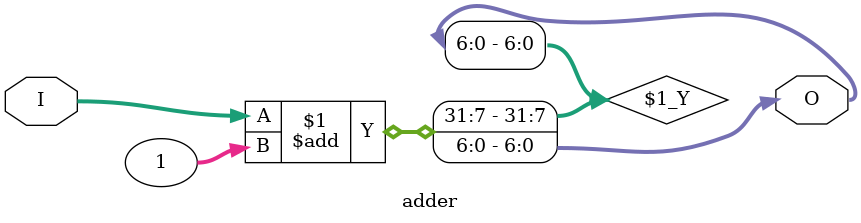
<source format=v>
module adder(input wire [6:0] I, output wire [6:0] O);
    assign O = I + 1;
endmodule
</source>
